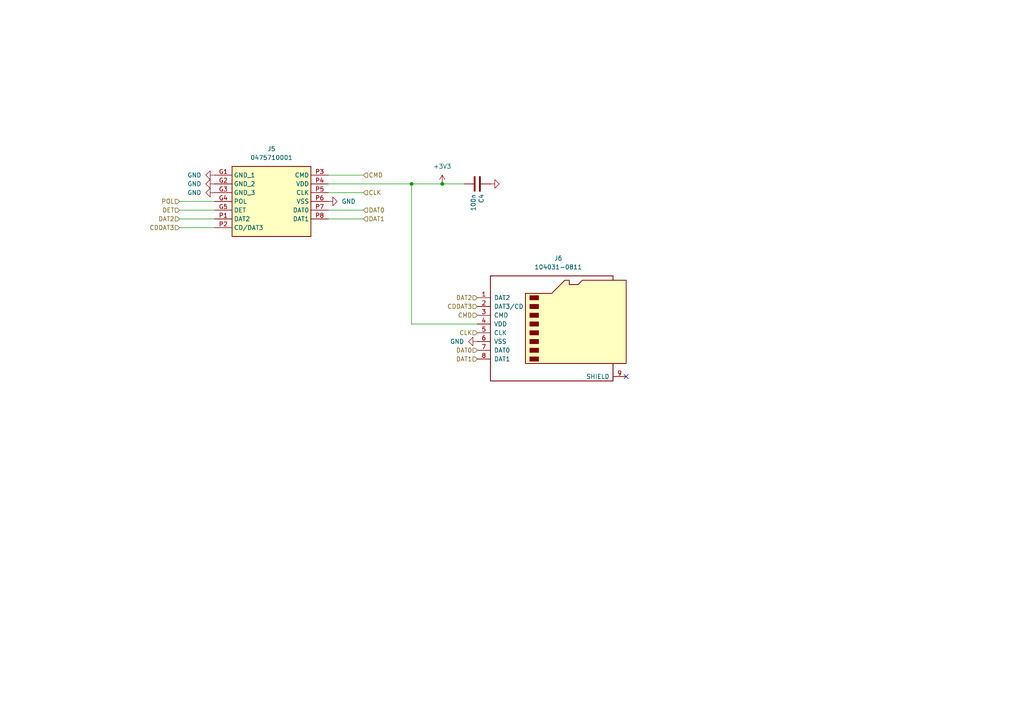
<source format=kicad_sch>
(kicad_sch (version 20250114) (generator "eeschema") (generator_version "9.0")
  (paper "A4")
  (title_block (title "TurboFRANK") (date "2025-03-19") (rev "1.04") (company "Mikhail Matveev") (comment 1 "https://github.com/xtremespb/frank"))
  (lib_symbols
    (symbol "Connector:Micro_SD_Card" (pin_names (offset 1.016))
      (property "Reference" "J" (at -16.51 15.24 0))
      (property "Value" "Micro_SD_Card" (at 16.51 15.24 0))
      (symbol "Micro_SD_Card_0_1"
        (polyline (pts (xy -8.89 -11.43) (xy -8.89 8.89) (xy -1.27 8.89) (xy 2.54 12.7) (xy 3.81 12.7) (xy 3.81 11.43) (xy 6.35 11.43) (xy 7.62 12.7) (xy 20.32 12.7) (xy 20.32 -11.43) (xy -8.89 -11.43)) (stroke (width 0.254)) (fill (type background)))
        (rectangle (start -7.62 8.255) (end -5.08 6.985) (fill (type outline)))
        (rectangle (start -7.62 5.715) (end -5.08 4.445) (fill (type outline)))
        (rectangle (start -7.62 3.175) (end -5.08 1.905) (fill (type outline)))
        (rectangle (start -7.62 0.635) (end -5.08 -0.635) (fill (type outline)))
        (rectangle (start -7.62 -1.905) (end -5.08 -3.175) (fill (type outline)))
        (rectangle (start -7.62 -4.445) (end -5.08 -5.715) (fill (type outline)))
        (rectangle (start -7.62 -6.985) (end -5.08 -8.255) (fill (type outline)))
        (rectangle (start -7.62 -9.525) (end -5.08 -10.795) (fill (type outline)))
        (polyline (pts (xy 16.51 12.7) (xy 16.51 13.97) (xy -19.05 13.97) (xy -19.05 -16.51) (xy 16.51 -16.51) (xy 16.51 -11.43)) (stroke (width 0.254)))
      )
      (symbol "Micro_SD_Card_1_1"
        (pin bidirectional line (at -22.86 7.62 0) (length 3.81) (name "DAT2") (number "1"))
        (pin bidirectional line (at -22.86 5.08 0) (length 3.81) (name "DAT3/CD") (number "2"))
        (pin input line (at -22.86 2.54 0) (length 3.81) (name "CMD") (number "3"))
        (pin power_in line (at -22.86 0 0) (length 3.81) (name "VDD") (number "4"))
        (pin input line (at -22.86 -2.54 0) (length 3.81) (name "CLK") (number "5"))
        (pin power_in line (at -22.86 -5.08 0) (length 3.81) (name "VSS") (number "6"))
        (pin bidirectional line (at -22.86 -7.62 0) (length 3.81) (name "DAT0") (number "7"))
        (pin bidirectional line (at -22.86 -10.16 0) (length 3.81) (name "DAT1") (number "8"))
        (pin passive line (at 20.32 -15.24 180) (length 3.81) (name "SHIELD") (number "9"))
      )
    )
    (symbol "Device:C" (pin_numbers (hide yes)) (pin_names (offset 0.254))
      (property "Reference" "C" (at 0.635 2.54 0))
      (property "Value" "C" (at 0.635 -2.54 0))
      (symbol "C_0_1"
        (polyline (pts (xy -2.032 0.762) (xy 2.032 0.762)) (stroke (width 0.508)))
        (polyline (pts (xy -2.032 -0.762) (xy 2.032 -0.762)) (stroke (width 0.508)))
      )
      (symbol "C_1_1"
        (pin passive line (at 0 3.81 270) (length 2.794) (name "~") (number "1"))
        (pin passive line (at 0 -3.81 90) (length 2.794) (name "~") (number "2"))
      )
    )
    (symbol "FRANK:MicroSD_Short"
      (property "Reference" "SD1" (at 16.51 7.62 0))
      (property "Value" "MicroSD_Short" (at 16.51 5.08 0))
      (symbol "MicroSD_Short_1_1"
        (rectangle (start 5.08 2.54) (end 27.94 -17.78) (stroke (width 0.254)) (fill (type background)))
        (pin passive line (at 0 0 0) (length 5.08) (name "GND_1") (number "G1"))
        (pin passive line (at 0 -2.54 0) (length 5.08) (name "GND_2") (number "G2"))
        (pin passive line (at 0 -5.08 0) (length 5.08) (name "GND_3") (number "G3"))
        (pin passive line (at 0 -7.62 0) (length 5.08) (name "POL") (number "G4"))
        (pin passive line (at 0 -10.16 0) (length 5.08) (name "DET") (number "G5"))
        (pin passive line (at 0 -12.7 0) (length 5.08) (name "DAT2") (number "P1"))
        (pin passive line (at 0 -15.24 0) (length 5.08) (name "CD/DAT3") (number "P2"))
        (pin passive line (at 33.02 0 180) (length 5.08) (name "CMD") (number "P3"))
        (pin passive line (at 33.02 -2.54 180) (length 5.08) (name "VDD") (number "P4"))
        (pin passive line (at 33.02 -5.08 180) (length 5.08) (name "CLK") (number "P5"))
        (pin passive line (at 33.02 -7.62 180) (length 5.08) (name "VSS") (number "P6"))
        (pin passive line (at 33.02 -10.16 180) (length 5.08) (name "DAT0") (number "P7"))
        (pin passive line (at 33.02 -12.7 180) (length 5.08) (name "DAT1") (number "P8"))
      )
    )
    (symbol "GND_1" (power) (pin_numbers (hide yes)) (pin_names (offset 0) (hide yes))
      (property "Value" "GND" (at 0 -3.81 0))
      (symbol "GND_1_0_1"
        (polyline (pts (xy 0 0) (xy 0 -1.27) (xy 1.27 -1.27) (xy 0 -2.54) (xy -1.27 -1.27) (xy 0 -1.27)))
      )
      (symbol "GND_1_1_1"
        (pin power_in line (at 0 0 270) (length 0) (name "~") (number "1"))
      )
    )
    (symbol "power:+3V3" (power) (pin_numbers (hide yes)) (pin_names (offset 0) (hide yes))
      (property "Value" "+3V3" (at 0 3.556 0))
      (symbol "+3V3_0_1"
        (polyline (pts (xy -0.762 1.27) (xy 0 2.54)))
        (polyline (pts (xy 0 2.54) (xy 0.762 1.27)))
        (polyline (pts (xy 0 0) (xy 0 2.54)))
      )
      (symbol "+3V3_1_1"
        (pin power_in line (at 0 0 90) (length 0) (name "~") (number "1"))
      )
    )
    (symbol "power:GND" (power) (pin_numbers (hide yes)) (pin_names (offset 0) (hide yes))
      (property "Value" "GND" (at 0 -3.81 0))
      (symbol "GND_0_1"
        (polyline (pts (xy 0 0) (xy 0 -1.27) (xy 1.27 -1.27) (xy 0 -2.54) (xy -1.27 -1.27) (xy 0 -1.27)))
      )
      (symbol "GND_1_1"
        (pin power_in line (at 0 0 270) (length 0) (name "~") (number "1"))
      )
    )
  )
  (junction (at 128.27 53.34))
  (junction (at 119.38 53.34))
  (no_connect (at 181.61 109.22))
  (wire (pts (xy 95.25 60.96) (xy 105.41 60.96)))
  (wire (pts (xy 119.38 93.98) (xy 119.38 53.34)))
  (wire (pts (xy 95.25 63.5) (xy 105.41 63.5)))
  (wire (pts (xy 52.07 66.04) (xy 62.23 66.04)))
  (wire (pts (xy 52.07 63.5) (xy 62.23 63.5)))
  (wire (pts (xy 95.25 50.8) (xy 105.41 50.8)))
  (wire (pts (xy 128.27 53.34) (xy 134.62 53.34)))
  (wire (pts (xy 95.25 55.88) (xy 105.41 55.88)))
  (wire (pts (xy 138.43 93.98) (xy 119.38 93.98)))
  (wire (pts (xy 52.07 58.42) (xy 62.23 58.42)))
  (wire (pts (xy 95.25 53.34) (xy 119.38 53.34)))
  (wire (pts (xy 119.38 53.34) (xy 128.27 53.34)))
  (wire (pts (xy 52.07 60.96) (xy 62.23 60.96)))
  (hierarchical_label "CLK" (shape input) (at 105.41 55.88 0))
  (hierarchical_label "DAT0" (shape input) (at 105.41 60.96 0))
  (hierarchical_label "CMD" (shape input) (at 138.43 91.44 180))
  (hierarchical_label "DAT1" (shape input) (at 105.41 63.5 0))
  (hierarchical_label "DAT2" (shape input) (at 138.43 86.36 180))
  (hierarchical_label "DET" (shape input) (at 52.07 60.96 180))
  (hierarchical_label "DAT0" (shape input) (at 138.43 101.6 180))
  (hierarchical_label "DAT1" (shape input) (at 138.43 104.14 180))
  (hierarchical_label "CDDAT3" (shape input) (at 138.43 88.9 180))
  (hierarchical_label "CDDAT3" (shape input) (at 52.07 66.04 180))
  (hierarchical_label "DAT2" (shape input) (at 52.07 63.5 180))
  (hierarchical_label "POL" (shape input) (at 52.07 58.42 180))
  (hierarchical_label "CLK" (shape input) (at 138.43 96.52 180))
  (hierarchical_label "CMD" (shape input) (at 105.41 50.8 0))
  (symbol (lib_id "Device:C") (at 138.43 53.34 270) (unit 1)
    (property "Reference" "C4" (at 139.5984 56.261 0) (effects (justify left)))
    (property "Value" "100n" (at 137.287 56.261 0) (effects (justify left)))
    (property "Footprint" "FRANK:Capacitor (0805)" (effects (hide yes)))
    (property "Datasheet" "https://eu.mouser.com/datasheet/2/40/KGM_X7R-3223212.pdf" (effects (hide yes)))
    (property "AliExpress" "https://www.aliexpress.com/item/33008008276.html" (effects (hide yes)))
  )
  (symbol (lib_id "power:+3V3") (at 128.27 53.34 0) (unit 1)
    (property "Reference" "#PWR026" (effects (hide yes)))
    (property "Value" "+3V3" (at 128.27 48.26 0))
    (property "Description" "Power symbol creates a global label with name \"+3V3\"" (effects (hide yes)))
  )
  (symbol (lib_id "power:GND") (at 142.24 53.34 90) (unit 1)
    (property "Reference" "#PWR027" (effects (hide yes)))
    (property "Value" "GND" (effects (hide yes)))
    (property "Description" "Power symbol creates a global label with name \"GND\" , ground" (effects (hide yes)))
  )
  (symbol (lib_name "GND_1") (lib_id "power:GND") (at 62.23 53.34 270) (unit 1)
    (property "Reference" "#PWR025" (effects (hide yes)))
    (property "Value" "GND" (at 58.42 53.3399 90) (effects (justify right)))
    (property "Description" "Power symbol creates a global label with name \"GND\" , ground" (effects (hide yes)))
  )
  (symbol (lib_id "FRANK:MicroSD_Short") (at 62.23 50.8 0) (unit 1)
    (property "Reference" "J5" (at 78.74 43.18 0))
    (property "Value" "0475710001" (at 78.74 45.72 0))
    (property "Footprint" "FRANK:MicroSD (SMD, short)" (effects (hide yes)))
    (property "Datasheet" "https://componentsearchengine.com/Datasheets/2/47571-0001.pdf" (effects (hide yes)))
    (property "Description" "Memory Card Connectors ASSY FOR TFR HEADER HEADER W/DETECT PIN" (effects (hide yes)))
    (property "Height" "2.3" (effects (hide yes)))
    (property "Mouser Part Number" "538-47571-0001" (effects (hide yes)))
    (property "Mouser Price/Stock" "https://www.mouser.co.uk/ProductDetail/Molex/47571-0001?qs=qM7ngqbhX5UTJOg9nqKLJQ%3D%3D" (effects (hide yes)))
    (property "Manufacturer_Name" "Molex" (effects (hide yes)))
    (property "Manufacturer_Part_Number" "47571-0001" (effects (hide yes)))
    (property "AliExpress" "https://www.aliexpress.com/item/1005005302426366.html" (effects (hide yes)))
  )
  (symbol (lib_name "GND_1") (lib_id "power:GND") (at 95.25 58.42 90) (unit 1)
    (property "Reference" "#PWR029" (effects (hide yes)))
    (property "Value" "GND" (at 99.06 58.4199 90) (effects (justify right)))
    (property "Description" "Power symbol creates a global label with name \"GND\" , ground" (effects (hide yes)))
  )
  (symbol (lib_id "power:GND") (at 138.43 99.06 270) (unit 1)
    (property "Reference" "#PWR030" (effects (hide yes)))
    (property "Value" "GND" (at 134.62 99.0599 90) (effects (justify right)))
  )
  (symbol (lib_id "Connector:Micro_SD_Card") (at 161.29 93.98 0) (unit 1)
    (property "Reference" "J6" (at 161.925 74.93 0))
    (property "Value" "104031-0811" (at 161.925 77.47 0))
    (property "Footprint" "FRANK:MicroSD (SMD, long)" (effects (hide yes)))
    (property "Datasheet" "https://www.we-online.com/components/products/datasheet/693072010801.pdf" (effects (hide yes)))
    (property "Description" "Micro SD Card Socket" (effects (hide yes)))
    (property "AliExpress" "https://www.aliexpress.com/item/1005004214252441.html" (effects (hide yes)))
  )
  (symbol (lib_name "GND_1") (lib_id "power:GND") (at 62.23 55.88 270) (unit 1)
    (property "Reference" "#PWR028" (effects (hide yes)))
    (property "Value" "GND" (at 58.42 55.8799 90) (effects (justify right)))
    (property "Description" "Power symbol creates a global label with name \"GND\" , ground" (effects (hide yes)))
  )
  (symbol (lib_name "GND_1") (lib_id "power:GND") (at 62.23 50.8 270) (unit 1)
    (property "Reference" "#PWR024" (effects (hide yes)))
    (property "Value" "GND" (at 58.42 50.7999 90) (effects (justify right)))
    (property "Description" "Power symbol creates a global label with name \"GND\" , ground" (effects (hide yes)))
  )
)
</source>
